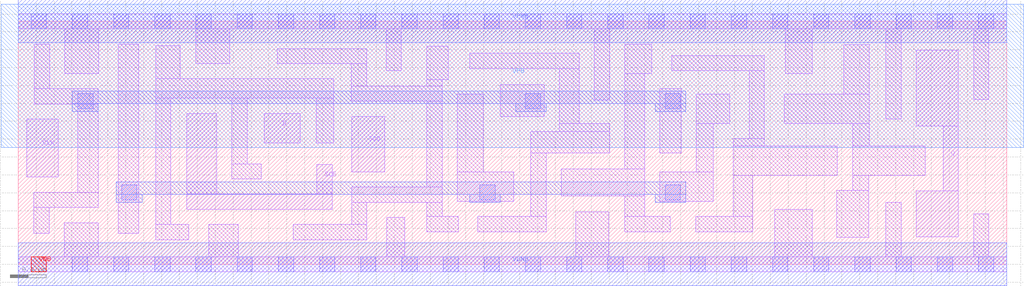
<source format=lef>
# Copyright 2020 The SkyWater PDK Authors
#
# Licensed under the Apache License, Version 2.0 (the "License");
# you may not use this file except in compliance with the License.
# You may obtain a copy of the License at
#
#     https://www.apache.org/licenses/LICENSE-2.0
#
# Unless required by applicable law or agreed to in writing, software
# distributed under the License is distributed on an "AS IS" BASIS,
# WITHOUT WARRANTIES OR CONDITIONS OF ANY KIND, either express or implied.
# See the License for the specific language governing permissions and
# limitations under the License.
#
# SPDX-License-Identifier: Apache-2.0

VERSION 5.7 ;
  NOWIREEXTENSIONATPIN ON ;
  DIVIDERCHAR "/" ;
  BUSBITCHARS "[]" ;
PROPERTYDEFINITIONS
  MACRO maskLayoutSubType STRING ;
  MACRO prCellType STRING ;
  MACRO originalViewName STRING ;
END PROPERTYDEFINITIONS
MACRO sky130_fd_sc_hdll__sdfxtp_2
  CLASS CORE ;
  FOREIGN sky130_fd_sc_hdll__sdfxtp_2 ;
  ORIGIN  0.000000  0.000000 ;
  SIZE  11.04000 BY  2.720000 ;
  SYMMETRY X Y R90 ;
  SITE unithd ;
  PIN CLK
    ANTENNAGATEAREA  0.178200 ;
    DIRECTION INPUT ;
    USE SIGNAL ;
    PORT
      LAYER li1 ;
        RECT 0.095000 0.975000 0.445000 1.625000 ;
    END
  END CLK
  PIN D
    ANTENNAGATEAREA  0.178200 ;
    DIRECTION INPUT ;
    USE SIGNAL ;
    PORT
      LAYER li1 ;
        RECT 2.745000 1.355000 3.150000 1.685000 ;
    END
  END D
  PIN Q
    ANTENNADIFFAREA  0.530500 ;
    DIRECTION OUTPUT ;
    USE SIGNAL ;
    PORT
      LAYER li1 ;
        RECT 10.030000 0.305000 10.500000 0.820000 ;
        RECT 10.030000 1.545000 10.500000 2.395000 ;
        RECT 10.330000 0.820000 10.500000 1.545000 ;
    END
  END Q
  PIN SCD
    ANTENNAGATEAREA  0.178200 ;
    DIRECTION INPUT ;
    USE SIGNAL ;
    PORT
      LAYER li1 ;
        RECT 3.725000 1.035000 4.095000 1.655000 ;
    END
  END SCD
  PIN SCE
    ANTENNAGATEAREA  0.356400 ;
    DIRECTION INPUT ;
    USE SIGNAL ;
    PORT
      LAYER li1 ;
        RECT 1.880000 0.615000 3.505000 0.785000 ;
        RECT 1.880000 0.785000 2.215000 1.685000 ;
        RECT 3.335000 0.785000 3.505000 1.115000 ;
    END
  END SCE
  PIN VGND
    ANTENNADIFFAREA  1.305350 ;
    DIRECTION INOUT ;
    USE SIGNAL ;
    PORT
      LAYER met1 ;
        RECT 0.000000 -0.240000 11.040000 0.240000 ;
    END
  END VGND
  PIN VPWR
    ANTENNADIFFAREA  1.711150 ;
    DIRECTION INOUT ;
    USE SIGNAL ;
    PORT
      LAYER met1 ;
        RECT 0.000000 2.480000 11.040000 2.960000 ;
    END
  END VPWR
  PIN VNB
    DIRECTION INOUT ;
    USE GROUND ;
    PORT
      LAYER pwell ;
        RECT 0.145000 -0.085000 0.315000 0.085000 ;
    END
  END VNB
  PIN VPB
    DIRECTION INOUT ;
    USE POWER ;
    PORT
      LAYER nwell ;
        RECT -0.190000 1.305000 11.230000 2.910000 ;
    END
  END VPB
  OBS
    LAYER li1 ;
      RECT  0.000000 -0.085000 11.040000 0.085000 ;
      RECT  0.000000  2.635000 11.040000 2.805000 ;
      RECT  0.175000  0.345000  0.345000 0.635000 ;
      RECT  0.175000  0.635000  0.895000 0.805000 ;
      RECT  0.180000  1.795000  0.895000 1.965000 ;
      RECT  0.180000  1.965000  0.350000 2.465000 ;
      RECT  0.515000  0.085000  0.895000 0.465000 ;
      RECT  0.520000  2.135000  0.900000 2.635000 ;
      RECT  0.665000  0.805000  0.895000 1.795000 ;
      RECT  1.115000  0.345000  1.345000 2.465000 ;
      RECT  1.535000  0.275000  1.905000 0.445000 ;
      RECT  1.535000  0.445000  1.705000 1.860000 ;
      RECT  1.535000  1.860000  3.525000 2.075000 ;
      RECT  1.535000  2.075000  1.810000 2.445000 ;
      RECT  1.980000  2.245000  2.360000 2.635000 ;
      RECT  2.125000  0.085000  2.455000 0.445000 ;
      RECT  2.385000  0.955000  2.715000 1.125000 ;
      RECT  2.385000  1.125000  2.555000 1.860000 ;
      RECT  2.895000  2.245000  3.890000 2.415000 ;
      RECT  3.070000  0.275000  3.895000 0.445000 ;
      RECT  3.330000  1.355000  3.525000 1.860000 ;
      RECT  3.720000  1.825000  4.735000 1.995000 ;
      RECT  3.720000  1.995000  3.890000 2.245000 ;
      RECT  3.725000  0.445000  3.895000 0.695000 ;
      RECT  3.725000  0.695000  4.735000 0.865000 ;
      RECT  4.110000  2.165000  4.280000 2.635000 ;
      RECT  4.115000  0.085000  4.315000 0.525000 ;
      RECT  4.565000  0.365000  4.915000 0.535000 ;
      RECT  4.565000  0.535000  4.735000 0.695000 ;
      RECT  4.565000  0.865000  4.735000 1.825000 ;
      RECT  4.565000  1.995000  4.735000 2.065000 ;
      RECT  4.565000  2.065000  4.800000 2.440000 ;
      RECT  4.905000  0.705000  5.535000 1.035000 ;
      RECT  4.905000  1.035000  5.195000 1.905000 ;
      RECT  5.045000  2.190000  6.265000 2.360000 ;
      RECT  5.135000  0.365000  5.895000 0.535000 ;
      RECT  5.385000  1.655000  5.875000 2.010000 ;
      RECT  5.725000  0.535000  5.895000 1.245000 ;
      RECT  5.725000  1.245000  6.605000 1.485000 ;
      RECT  6.045000  1.485000  6.605000 1.575000 ;
      RECT  6.045000  1.575000  6.265000 2.190000 ;
      RECT  6.065000  0.765000  6.995000 1.065000 ;
      RECT  6.225000  0.085000  6.595000 0.585000 ;
      RECT  6.435000  1.835000  6.605000 2.635000 ;
      RECT  6.775000  0.365000  7.285000 0.535000 ;
      RECT  6.775000  0.535000  6.995000 0.765000 ;
      RECT  6.775000  1.065000  6.995000 2.135000 ;
      RECT  6.775000  2.135000  7.075000 2.465000 ;
      RECT  7.165000  0.705000  7.765000 1.035000 ;
      RECT  7.165000  1.245000  7.405000 1.965000 ;
      RECT  7.300000  2.165000  8.335000 2.335000 ;
      RECT  7.565000  0.365000  8.205000 0.535000 ;
      RECT  7.575000  1.035000  7.765000 1.575000 ;
      RECT  7.575000  1.575000  7.945000 1.905000 ;
      RECT  7.985000  0.535000  8.205000 0.995000 ;
      RECT  7.985000  0.995000  9.150000 1.325000 ;
      RECT  7.985000  1.325000  8.335000 1.405000 ;
      RECT  8.165000  1.405000  8.335000 2.165000 ;
      RECT  8.450000  0.085000  8.870000 0.615000 ;
      RECT  8.555000  1.575000  9.505000 1.905000 ;
      RECT  8.565000  2.135000  8.870000 2.635000 ;
      RECT  9.140000  0.300000  9.500000 0.825000 ;
      RECT  9.220000  1.905000  9.505000 2.455000 ;
      RECT  9.320000  0.825000  9.500000 0.995000 ;
      RECT  9.320000  0.995000 10.130000 1.325000 ;
      RECT  9.320000  1.325000  9.505000 1.575000 ;
      RECT  9.690000  0.085000  9.860000 0.695000 ;
      RECT  9.690000  1.625000  9.860000 2.635000 ;
      RECT 10.670000  0.085000 10.840000 0.565000 ;
      RECT 10.670000  1.845000 10.840000 2.635000 ;
    LAYER mcon ;
      RECT  0.145000 -0.085000  0.315000 0.085000 ;
      RECT  0.145000  2.635000  0.315000 2.805000 ;
      RECT  0.605000 -0.085000  0.775000 0.085000 ;
      RECT  0.605000  2.635000  0.775000 2.805000 ;
      RECT  0.665000  1.740000  0.835000 1.910000 ;
      RECT  1.065000 -0.085000  1.235000 0.085000 ;
      RECT  1.065000  2.635000  1.235000 2.805000 ;
      RECT  1.155000  0.720000  1.325000 0.890000 ;
      RECT  1.525000 -0.085000  1.695000 0.085000 ;
      RECT  1.525000  2.635000  1.695000 2.805000 ;
      RECT  1.985000 -0.085000  2.155000 0.085000 ;
      RECT  1.985000  2.635000  2.155000 2.805000 ;
      RECT  2.445000 -0.085000  2.615000 0.085000 ;
      RECT  2.445000  2.635000  2.615000 2.805000 ;
      RECT  2.905000 -0.085000  3.075000 0.085000 ;
      RECT  2.905000  2.635000  3.075000 2.805000 ;
      RECT  3.365000 -0.085000  3.535000 0.085000 ;
      RECT  3.365000  2.635000  3.535000 2.805000 ;
      RECT  3.825000 -0.085000  3.995000 0.085000 ;
      RECT  3.825000  2.635000  3.995000 2.805000 ;
      RECT  4.285000 -0.085000  4.455000 0.085000 ;
      RECT  4.285000  2.635000  4.455000 2.805000 ;
      RECT  4.745000 -0.085000  4.915000 0.085000 ;
      RECT  4.745000  2.635000  4.915000 2.805000 ;
      RECT  5.155000  0.720000  5.325000 0.890000 ;
      RECT  5.205000 -0.085000  5.375000 0.085000 ;
      RECT  5.205000  2.635000  5.375000 2.805000 ;
      RECT  5.665000 -0.085000  5.835000 0.085000 ;
      RECT  5.665000  1.740000  5.835000 1.910000 ;
      RECT  5.665000  2.635000  5.835000 2.805000 ;
      RECT  6.125000 -0.085000  6.295000 0.085000 ;
      RECT  6.125000  2.635000  6.295000 2.805000 ;
      RECT  6.585000 -0.085000  6.755000 0.085000 ;
      RECT  6.585000  2.635000  6.755000 2.805000 ;
      RECT  7.045000 -0.085000  7.215000 0.085000 ;
      RECT  7.045000  2.635000  7.215000 2.805000 ;
      RECT  7.225000  0.720000  7.395000 0.890000 ;
      RECT  7.225000  1.740000  7.395000 1.910000 ;
      RECT  7.505000 -0.085000  7.675000 0.085000 ;
      RECT  7.505000  2.635000  7.675000 2.805000 ;
      RECT  7.965000 -0.085000  8.135000 0.085000 ;
      RECT  7.965000  2.635000  8.135000 2.805000 ;
      RECT  8.425000 -0.085000  8.595000 0.085000 ;
      RECT  8.425000  2.635000  8.595000 2.805000 ;
      RECT  8.885000 -0.085000  9.055000 0.085000 ;
      RECT  8.885000  2.635000  9.055000 2.805000 ;
      RECT  9.345000 -0.085000  9.515000 0.085000 ;
      RECT  9.345000  2.635000  9.515000 2.805000 ;
      RECT  9.805000 -0.085000  9.975000 0.085000 ;
      RECT  9.805000  2.635000  9.975000 2.805000 ;
      RECT 10.265000 -0.085000 10.435000 0.085000 ;
      RECT 10.265000  2.635000 10.435000 2.805000 ;
      RECT 10.725000 -0.085000 10.895000 0.085000 ;
      RECT 10.725000  2.635000 10.895000 2.805000 ;
    LAYER met1 ;
      RECT 0.605000 1.710000 0.895000 1.800000 ;
      RECT 0.605000 1.800000 7.455000 1.940000 ;
      RECT 1.095000 0.690000 1.385000 0.780000 ;
      RECT 1.095000 0.780000 7.455000 0.920000 ;
      RECT 5.045000 0.690000 5.385000 0.780000 ;
      RECT 5.555000 1.710000 5.895000 1.800000 ;
      RECT 7.115000 0.690000 7.455000 0.780000 ;
      RECT 7.115000 1.710000 7.455000 1.800000 ;
  END
  PROPERTY maskLayoutSubType "abstract" ;
  PROPERTY prCellType "standard" ;
  PROPERTY originalViewName "layout" ;
END sky130_fd_sc_hdll__sdfxtp_2
END LIBRARY

</source>
